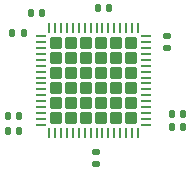
<source format=gtp>
%TF.GenerationSoftware,KiCad,Pcbnew,8.0.8*%
%TF.CreationDate,2025-02-14T18:20:32-05:00*%
%TF.ProjectId,caravel-M.2-card-QFN,63617261-7665-46c2-9d4d-2e322d636172,1*%
%TF.SameCoordinates,Original*%
%TF.FileFunction,Paste,Top*%
%TF.FilePolarity,Positive*%
%FSLAX46Y46*%
G04 Gerber Fmt 4.6, Leading zero omitted, Abs format (unit mm)*
G04 Created by KiCad (PCBNEW 8.0.8) date 2025-02-14 18:20:32*
%MOMM*%
%LPD*%
G01*
G04 APERTURE LIST*
G04 Aperture macros list*
%AMRoundRect*
0 Rectangle with rounded corners*
0 $1 Rounding radius*
0 $2 $3 $4 $5 $6 $7 $8 $9 X,Y pos of 4 corners*
0 Add a 4 corners polygon primitive as box body*
4,1,4,$2,$3,$4,$5,$6,$7,$8,$9,$2,$3,0*
0 Add four circle primitives for the rounded corners*
1,1,$1+$1,$2,$3*
1,1,$1+$1,$4,$5*
1,1,$1+$1,$6,$7*
1,1,$1+$1,$8,$9*
0 Add four rect primitives between the rounded corners*
20,1,$1+$1,$2,$3,$4,$5,0*
20,1,$1+$1,$4,$5,$6,$7,0*
20,1,$1+$1,$6,$7,$8,$9,0*
20,1,$1+$1,$8,$9,$2,$3,0*%
G04 Aperture macros list end*
%ADD10RoundRect,0.140000X-0.140000X-0.170000X0.140000X-0.170000X0.140000X0.170000X-0.140000X0.170000X0*%
%ADD11RoundRect,0.140000X0.140000X0.170000X-0.140000X0.170000X-0.140000X-0.170000X0.140000X-0.170000X0*%
%ADD12RoundRect,0.140000X-0.170000X0.140000X-0.170000X-0.140000X0.170000X-0.140000X0.170000X0.140000X0*%
%ADD13RoundRect,0.250000X0.265000X-0.265000X0.265000X0.265000X-0.265000X0.265000X-0.265000X-0.265000X0*%
%ADD14RoundRect,0.062500X0.062500X-0.362500X0.062500X0.362500X-0.062500X0.362500X-0.062500X-0.362500X0*%
%ADD15RoundRect,0.062500X0.362500X-0.062500X0.362500X0.062500X-0.362500X0.062500X-0.362500X-0.062500X0*%
%ADD16RoundRect,0.140000X0.170000X-0.140000X0.170000X0.140000X-0.170000X0.140000X-0.170000X-0.140000X0*%
G04 APERTURE END LIST*
D10*
X74058729Y-24053049D03*
X75018729Y-24053049D03*
D11*
X81288729Y-34113049D03*
X80328729Y-34113049D03*
D10*
X66468729Y-34483049D03*
X67428729Y-34483049D03*
X66858729Y-26223049D03*
X67818729Y-26223049D03*
D11*
X68415129Y-24453049D03*
X69375129Y-24453049D03*
D10*
X66468729Y-33233049D03*
X67428729Y-33233049D03*
D12*
X79938729Y-26473049D03*
X79938729Y-27433049D03*
D13*
X70528729Y-33403049D03*
X71808729Y-33403049D03*
X73088729Y-33403049D03*
X74368729Y-33403049D03*
X75648729Y-33403049D03*
X76928729Y-33403049D03*
X70528729Y-32123049D03*
X71808729Y-32123049D03*
X73088729Y-32123049D03*
X74368729Y-32123049D03*
X75648729Y-32123049D03*
X76928729Y-32123049D03*
X70528729Y-30843049D03*
X71808729Y-30843049D03*
X73088729Y-30843049D03*
X74368729Y-30843049D03*
X75648729Y-30843049D03*
X76928729Y-30843049D03*
X70528729Y-29563049D03*
X71808729Y-29563049D03*
X73088729Y-29563049D03*
X74368729Y-29563049D03*
X75648729Y-29563049D03*
X76928729Y-29563049D03*
X70528729Y-28283049D03*
X71808729Y-28283049D03*
X73088729Y-28283049D03*
X74368729Y-28283049D03*
X75648729Y-28283049D03*
X76928729Y-28283049D03*
X70528729Y-27003049D03*
X71808729Y-27003049D03*
X73088729Y-27003049D03*
X74368729Y-27003049D03*
X75648729Y-27003049D03*
X76928729Y-27003049D03*
D14*
X69978729Y-34653049D03*
X70478729Y-34653049D03*
X70978729Y-34653049D03*
X71478729Y-34653049D03*
X71978729Y-34653049D03*
X72478729Y-34653049D03*
X72978729Y-34653049D03*
X73478729Y-34653049D03*
X73978729Y-34653049D03*
X74478729Y-34653049D03*
X74978729Y-34653049D03*
X75478729Y-34653049D03*
X75978729Y-34653049D03*
X76478729Y-34653049D03*
X76978729Y-34653049D03*
X77478729Y-34653049D03*
D15*
X78178729Y-33953049D03*
X78178729Y-33453049D03*
X78178729Y-32953049D03*
X78178729Y-32453049D03*
X78178729Y-31953049D03*
X78178729Y-31453049D03*
X78178729Y-30953049D03*
X78178729Y-30453049D03*
X78178729Y-29953049D03*
X78178729Y-29453049D03*
X78178729Y-28953049D03*
X78178729Y-28453049D03*
X78178729Y-27953049D03*
X78178729Y-27453049D03*
X78178729Y-26953049D03*
X78178729Y-26453049D03*
D14*
X77478729Y-25753049D03*
X76978729Y-25753049D03*
X76478729Y-25753049D03*
X75978729Y-25753049D03*
X75478729Y-25753049D03*
X74978729Y-25753049D03*
X74478729Y-25753049D03*
X73978729Y-25753049D03*
X73478729Y-25753049D03*
X72978729Y-25753049D03*
X72478729Y-25753049D03*
X71978729Y-25753049D03*
X71478729Y-25753049D03*
X70978729Y-25753049D03*
X70478729Y-25753049D03*
X69978729Y-25753049D03*
D15*
X69278729Y-26453049D03*
X69278729Y-26953049D03*
X69278729Y-27453049D03*
X69278729Y-27953049D03*
X69278729Y-28453049D03*
X69278729Y-28953049D03*
X69278729Y-29453049D03*
X69278729Y-29953049D03*
X69278729Y-30453049D03*
X69278729Y-30953049D03*
X69278729Y-31453049D03*
X69278729Y-31953049D03*
X69278729Y-32453049D03*
X69278729Y-32953049D03*
X69278729Y-33453049D03*
X69278729Y-33953049D03*
D16*
X73958729Y-37243049D03*
X73958729Y-36283049D03*
D11*
X81288729Y-33046249D03*
X80328729Y-33046249D03*
M02*

</source>
